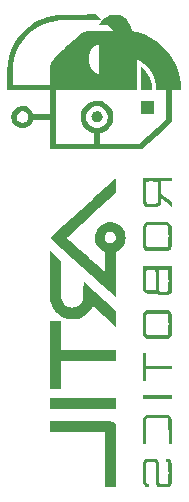
<source format=gbo>
G04 #@! TF.GenerationSoftware,KiCad,Pcbnew,(6.0.9)*
G04 #@! TF.CreationDate,2022-11-30T22:13:12-05:00*
G04 #@! TF.ProjectId,Roboshot,526f626f-7368-46f7-942e-6b696361645f,rev?*
G04 #@! TF.SameCoordinates,Original*
G04 #@! TF.FileFunction,Legend,Bot*
G04 #@! TF.FilePolarity,Positive*
%FSLAX46Y46*%
G04 Gerber Fmt 4.6, Leading zero omitted, Abs format (unit mm)*
G04 Created by KiCad (PCBNEW (6.0.9)) date 2022-11-30 22:13:12*
%MOMM*%
%LPD*%
G01*
G04 APERTURE LIST*
G04 Aperture macros list*
%AMRoundRect*
0 Rectangle with rounded corners*
0 $1 Rounding radius*
0 $2 $3 $4 $5 $6 $7 $8 $9 X,Y pos of 4 corners*
0 Add a 4 corners polygon primitive as box body*
4,1,4,$2,$3,$4,$5,$6,$7,$8,$9,$2,$3,0*
0 Add four circle primitives for the rounded corners*
1,1,$1+$1,$2,$3*
1,1,$1+$1,$4,$5*
1,1,$1+$1,$6,$7*
1,1,$1+$1,$8,$9*
0 Add four rect primitives between the rounded corners*
20,1,$1+$1,$2,$3,$4,$5,0*
20,1,$1+$1,$4,$5,$6,$7,0*
20,1,$1+$1,$6,$7,$8,$9,0*
20,1,$1+$1,$8,$9,$2,$3,0*%
G04 Aperture macros list end*
%ADD10C,0.475000*%
%ADD11R,3.000000X3.000000*%
%ADD12C,3.000000*%
%ADD13O,1.700000X1.700000*%
%ADD14R,1.700000X1.700000*%
%ADD15R,1.980000X3.960000*%
%ADD16O,1.980000X3.960000*%
%ADD17R,1.500000X1.050000*%
%ADD18O,1.500000X1.050000*%
%ADD19C,1.778000*%
%ADD20R,1.800000X1.714500*%
%ADD21O,1.800000X1.714500*%
%ADD22R,1.800000X1.800000*%
%ADD23C,1.800000*%
%ADD24R,1.600000X1.600000*%
%ADD25C,1.600000*%
%ADD26RoundRect,0.250000X0.600000X-0.600000X0.600000X0.600000X-0.600000X0.600000X-0.600000X-0.600000X0*%
%ADD27C,1.700000*%
%ADD28R,3.500000X3.500000*%
%ADD29RoundRect,0.750000X0.750000X1.000000X-0.750000X1.000000X-0.750000X-1.000000X0.750000X-1.000000X0*%
%ADD30RoundRect,0.875000X0.875000X0.875000X-0.875000X0.875000X-0.875000X-0.875000X0.875000X-0.875000X0*%
%ADD31RoundRect,0.250000X-0.725000X0.600000X-0.725000X-0.600000X0.725000X-0.600000X0.725000X0.600000X0*%
%ADD32O,1.950000X1.700000*%
%ADD33R,1.050000X1.500000*%
%ADD34O,1.050000X1.500000*%
G04 APERTURE END LIST*
D10*
X124418100Y-133680200D02*
G75*
G03*
X124418100Y-133680200I-237500J0D01*
G01*
G36*
X128342031Y-126794242D02*
G01*
X128747784Y-127001766D01*
X129134075Y-127245458D01*
X129498578Y-127524068D01*
X129838966Y-127836348D01*
X129969601Y-127972408D01*
X130265629Y-128322978D01*
X130527861Y-128697318D01*
X130755097Y-129092945D01*
X130946138Y-129507374D01*
X131099781Y-129938123D01*
X131214827Y-130382708D01*
X131290076Y-130838644D01*
X131298120Y-130912109D01*
X131309356Y-131037554D01*
X131317511Y-131157808D01*
X131321218Y-131254606D01*
X131323476Y-131428362D01*
X130502083Y-131428362D01*
X130501108Y-132781554D01*
X130500133Y-134134747D01*
X129226731Y-135287856D01*
X127953329Y-136440966D01*
X120203078Y-136440966D01*
X120203078Y-135977874D01*
X120666428Y-135977874D01*
X122303949Y-135972479D01*
X123941470Y-135967085D01*
X123947143Y-135523242D01*
X123952817Y-135079400D01*
X123841836Y-135053991D01*
X123820612Y-135048461D01*
X123740904Y-135021656D01*
X123645906Y-134983573D01*
X123551835Y-134940555D01*
X123496939Y-134911715D01*
X123313096Y-134786278D01*
X123148919Y-134629019D01*
X123009512Y-134446335D01*
X122899980Y-134244623D01*
X122825427Y-134030280D01*
X122806351Y-133919801D01*
X122796399Y-133780959D01*
X122796342Y-133702989D01*
X123267506Y-133702989D01*
X123267590Y-133749322D01*
X123269221Y-133843494D01*
X123274515Y-133912017D01*
X123285508Y-133966732D01*
X123304237Y-134019477D01*
X123332741Y-134082093D01*
X123412942Y-134221424D01*
X123534329Y-134365702D01*
X123675799Y-134478813D01*
X123832476Y-134560358D01*
X123999484Y-134609938D01*
X124171947Y-134627155D01*
X124344989Y-134611611D01*
X124513733Y-134562907D01*
X124673304Y-134480645D01*
X124818825Y-134364426D01*
X124945421Y-134213852D01*
X124965589Y-134182023D01*
X125010625Y-134096656D01*
X125045905Y-134012117D01*
X125056761Y-133978794D01*
X125096052Y-133783929D01*
X125094019Y-133592848D01*
X125051347Y-133408768D01*
X124968718Y-133234907D01*
X124846816Y-133074483D01*
X124710346Y-132952507D01*
X124551653Y-132859182D01*
X124382776Y-132801414D01*
X124208684Y-132778383D01*
X124034343Y-132789273D01*
X123864720Y-132833264D01*
X123704781Y-132909539D01*
X123559494Y-133017279D01*
X123433825Y-133155667D01*
X123332741Y-133323884D01*
X123320309Y-133350284D01*
X123295867Y-133407633D01*
X123280403Y-133459739D01*
X123271880Y-133518440D01*
X123268260Y-133595577D01*
X123267506Y-133702989D01*
X122796342Y-133702989D01*
X122796290Y-133632453D01*
X122806021Y-133490165D01*
X122825588Y-133369973D01*
X122838134Y-133321606D01*
X122916284Y-133117058D01*
X123029640Y-132923017D01*
X123172617Y-132746623D01*
X123339633Y-132595016D01*
X123525105Y-132475338D01*
X123683238Y-132403965D01*
X123906293Y-132339707D01*
X124130902Y-132313871D01*
X124208684Y-132317700D01*
X124353068Y-132324807D01*
X124568791Y-132370863D01*
X124774074Y-132450389D01*
X124964918Y-132561735D01*
X125137324Y-132703248D01*
X125287294Y-132873280D01*
X125410829Y-133070178D01*
X125503931Y-133292292D01*
X125508579Y-133306662D01*
X125533978Y-133395690D01*
X125549548Y-133479077D01*
X125557519Y-133572706D01*
X125560120Y-133692458D01*
X125560142Y-133699499D01*
X125545962Y-133927020D01*
X125500895Y-134131469D01*
X125422171Y-134319513D01*
X125307018Y-134497821D01*
X125152668Y-134673060D01*
X125057531Y-134762951D01*
X124897442Y-134885936D01*
X124730413Y-134977097D01*
X124546717Y-135042360D01*
X124415350Y-135078883D01*
X124415350Y-135977616D01*
X127754100Y-135977616D01*
X130037402Y-133945194D01*
X130038068Y-132686778D01*
X130038733Y-131428362D01*
X129202404Y-131428362D01*
X129190595Y-131223014D01*
X129161589Y-130957747D01*
X129089900Y-130634420D01*
X128980485Y-130318016D01*
X128835622Y-130014906D01*
X128657587Y-129731459D01*
X128650204Y-129721203D01*
X128551219Y-129594683D01*
X128433191Y-129459483D01*
X128306585Y-129326624D01*
X128181865Y-129207129D01*
X128069496Y-129112021D01*
X128043508Y-129092533D01*
X127974749Y-129043929D01*
X127893237Y-128989016D01*
X127806884Y-128932819D01*
X127723605Y-128880364D01*
X127651313Y-128836674D01*
X127597920Y-128806775D01*
X127571341Y-128795692D01*
X127570748Y-128796414D01*
X127567642Y-128824306D01*
X127564721Y-128890093D01*
X127562032Y-128990207D01*
X127559625Y-129121081D01*
X127557546Y-129279149D01*
X127555845Y-129460844D01*
X127554571Y-129662600D01*
X127553770Y-129880850D01*
X127553493Y-130112027D01*
X127553493Y-131428362D01*
X120666428Y-131428362D01*
X120666428Y-135977874D01*
X120203078Y-135977874D01*
X120203078Y-133934664D01*
X119496862Y-133934664D01*
X119445076Y-133934670D01*
X119263239Y-133934884D01*
X119118229Y-133935561D01*
X119005810Y-133936918D01*
X118921745Y-133939173D01*
X118861801Y-133942544D01*
X118821740Y-133947246D01*
X118797328Y-133953498D01*
X118784328Y-133961518D01*
X118778506Y-133971521D01*
X118760405Y-134021499D01*
X118672660Y-134191665D01*
X118553926Y-134343193D01*
X118410377Y-134470328D01*
X118248186Y-134567319D01*
X118073527Y-134628414D01*
X118043046Y-134634898D01*
X117856600Y-134651487D01*
X117676376Y-134630340D01*
X117506343Y-134575205D01*
X117350468Y-134489832D01*
X117212719Y-134377969D01*
X117097064Y-134243364D01*
X117007471Y-134089767D01*
X116947907Y-133920925D01*
X116922340Y-133740588D01*
X116925953Y-133685780D01*
X117387251Y-133685780D01*
X117398576Y-133809054D01*
X117442114Y-133926620D01*
X117518081Y-134031598D01*
X117626693Y-134117105D01*
X117643635Y-134126848D01*
X117710228Y-134158004D01*
X117777231Y-134172719D01*
X117865267Y-134176090D01*
X117875489Y-134175964D01*
X118018553Y-134156709D01*
X118136517Y-134103980D01*
X118231542Y-134016388D01*
X118305786Y-133892541D01*
X118342286Y-133771464D01*
X118341861Y-133637360D01*
X118299607Y-133502906D01*
X118291787Y-133486716D01*
X118232244Y-133390027D01*
X118157790Y-133319733D01*
X118054820Y-133262470D01*
X118044393Y-133257870D01*
X117915082Y-133222628D01*
X117785731Y-133228800D01*
X117653165Y-133276496D01*
X117544383Y-133350519D01*
X117460371Y-133449631D01*
X117407922Y-133563678D01*
X117387251Y-133685780D01*
X116925953Y-133685780D01*
X116934737Y-133552504D01*
X116949057Y-133483535D01*
X117013749Y-133300118D01*
X117110300Y-133138429D01*
X117234239Y-133001381D01*
X117381096Y-132891887D01*
X117546403Y-132812860D01*
X117725688Y-132767213D01*
X117914481Y-132757859D01*
X117915082Y-132757952D01*
X118108313Y-132787711D01*
X118126186Y-132792558D01*
X118297106Y-132861973D01*
X118453662Y-132966529D01*
X118589991Y-133100568D01*
X118700227Y-133258430D01*
X118778506Y-133434456D01*
X118779528Y-133437173D01*
X118786757Y-133446656D01*
X118802229Y-133454209D01*
X118830179Y-133460050D01*
X118874841Y-133464397D01*
X118940451Y-133467466D01*
X119031243Y-133469475D01*
X119151453Y-133470642D01*
X119305315Y-133471182D01*
X119497064Y-133471314D01*
X120203483Y-133471314D01*
X120198015Y-132455103D01*
X120192548Y-131438893D01*
X118386536Y-131433510D01*
X116580525Y-131428127D01*
X116580525Y-130469122D01*
X116580732Y-130334567D01*
X116581812Y-130132091D01*
X116583723Y-129939020D01*
X116586363Y-129760808D01*
X116589631Y-129602907D01*
X116593426Y-129470770D01*
X116597647Y-129369850D01*
X116602190Y-129305600D01*
X116618804Y-129166844D01*
X116698741Y-128722996D01*
X116817561Y-128295107D01*
X116974840Y-127884062D01*
X117170158Y-127490742D01*
X117403092Y-127116030D01*
X117673220Y-126760808D01*
X117980119Y-126425958D01*
X118121846Y-126288977D01*
X118382597Y-126061659D01*
X118649546Y-125862810D01*
X118933787Y-125684479D01*
X119246414Y-125518720D01*
X119560987Y-125379962D01*
X119944341Y-125246421D01*
X120347162Y-125141002D01*
X120761204Y-125066168D01*
X120800013Y-125062386D01*
X120887724Y-125057497D01*
X121014779Y-125052854D01*
X121179587Y-125048489D01*
X121380556Y-125044431D01*
X121616092Y-125040713D01*
X121884604Y-125037365D01*
X122184499Y-125034419D01*
X122514186Y-125031905D01*
X124098677Y-125021375D01*
X124341259Y-125247859D01*
X124391572Y-125295222D01*
X124467805Y-125368652D01*
X124528766Y-125429494D01*
X124569196Y-125472452D01*
X124583841Y-125492232D01*
X124571920Y-125494286D01*
X124521416Y-125496890D01*
X124434147Y-125499351D01*
X124313156Y-125501637D01*
X124161491Y-125503718D01*
X123982194Y-125505565D01*
X123778313Y-125507147D01*
X123552890Y-125508433D01*
X123308972Y-125509394D01*
X123049604Y-125509999D01*
X122777830Y-125510217D01*
X122531455Y-125510257D01*
X122240919Y-125510423D01*
X121987142Y-125510772D01*
X121767072Y-125511365D01*
X121577656Y-125512260D01*
X121415843Y-125513519D01*
X121278580Y-125515200D01*
X121162814Y-125517364D01*
X121065495Y-125520071D01*
X120983569Y-125523382D01*
X120913985Y-125527354D01*
X120853690Y-125532050D01*
X120799633Y-125537529D01*
X120748760Y-125543850D01*
X120698020Y-125551073D01*
X120309569Y-125626545D01*
X119904479Y-125745492D01*
X119516270Y-125902742D01*
X119146093Y-126097824D01*
X118795099Y-126330267D01*
X118671806Y-126424415D01*
X118353304Y-126702994D01*
X118066074Y-127008562D01*
X117811457Y-127338822D01*
X117590791Y-127691477D01*
X117405418Y-128064229D01*
X117256676Y-128454783D01*
X117145906Y-128860840D01*
X117074449Y-129280103D01*
X117065542Y-129373385D01*
X117056550Y-129528299D01*
X117050054Y-129724903D01*
X117046049Y-129963317D01*
X117044531Y-130243660D01*
X117043874Y-130965012D01*
X120203078Y-130965012D01*
X120203078Y-130183516D01*
X120203276Y-129975419D01*
X120204314Y-129788984D01*
X120206815Y-129635088D01*
X120211400Y-129508780D01*
X120218692Y-129405105D01*
X120229313Y-129319112D01*
X120243885Y-129245849D01*
X120263030Y-129180361D01*
X120287370Y-129117698D01*
X120317528Y-129052906D01*
X120354125Y-128981033D01*
X120362471Y-128965398D01*
X120410242Y-128886695D01*
X123455564Y-128886695D01*
X123493460Y-129115722D01*
X123569011Y-129336529D01*
X123680643Y-129543678D01*
X123826780Y-129731729D01*
X123879292Y-129783016D01*
X123973353Y-129860870D01*
X124079522Y-129937584D01*
X124184049Y-130003398D01*
X124273186Y-130048554D01*
X124352166Y-130081000D01*
X124352166Y-127468220D01*
X124220533Y-127534606D01*
X124147810Y-127573936D01*
X123951269Y-127711201D01*
X123783442Y-127877727D01*
X123646737Y-128070319D01*
X123543567Y-128285782D01*
X123476341Y-128520921D01*
X123456896Y-128654887D01*
X123455564Y-128886695D01*
X120410242Y-128886695D01*
X120422533Y-128866446D01*
X120495763Y-128761492D01*
X120568186Y-128670792D01*
X120599116Y-128638620D01*
X120659620Y-128579501D01*
X120744935Y-128498132D01*
X120851690Y-128397604D01*
X120976514Y-128281005D01*
X121116036Y-128151424D01*
X121266884Y-128011950D01*
X121425689Y-127865674D01*
X121589078Y-127715683D01*
X121753681Y-127565067D01*
X121916127Y-127416916D01*
X122073045Y-127274318D01*
X122221063Y-127140363D01*
X122356811Y-127018139D01*
X122476917Y-126910737D01*
X122578012Y-126821244D01*
X122656722Y-126752751D01*
X122709679Y-126708347D01*
X122893165Y-126582941D01*
X123099015Y-126486133D01*
X123121551Y-126478606D01*
X123150306Y-126471381D01*
X123186326Y-126465234D01*
X123233097Y-126460034D01*
X123294106Y-126455651D01*
X123372836Y-126451952D01*
X123472775Y-126448807D01*
X123597408Y-126446086D01*
X123750220Y-126443658D01*
X123934697Y-126441391D01*
X124154325Y-126439155D01*
X124352166Y-126437366D01*
X124412589Y-126436820D01*
X125620857Y-126426289D01*
X125362317Y-126189349D01*
X125103777Y-125952408D01*
X124330395Y-125952408D01*
X124385920Y-125841836D01*
X124471566Y-125691973D01*
X124620490Y-125497560D01*
X124794881Y-125333681D01*
X124991335Y-125202483D01*
X125206448Y-125106112D01*
X125436815Y-125046716D01*
X125679032Y-125026440D01*
X125849391Y-125036447D01*
X126083341Y-125084295D01*
X126302962Y-125169492D01*
X126504510Y-125289679D01*
X126684246Y-125442494D01*
X126838427Y-125625578D01*
X126963313Y-125836571D01*
X127005980Y-125936942D01*
X127046412Y-126055277D01*
X127079917Y-126176112D01*
X127102760Y-126285940D01*
X127111204Y-126371254D01*
X127111769Y-126379678D01*
X127124872Y-126402758D01*
X127162080Y-126420175D01*
X127232307Y-126436752D01*
X127481440Y-126492692D01*
X127571341Y-126519689D01*
X127919141Y-126624134D01*
X128342031Y-126794242D01*
G37*
G36*
X130502083Y-139157881D02*
G01*
X129596445Y-139157881D01*
X129596445Y-140164488D01*
X129738609Y-140289232D01*
X129788531Y-140332515D01*
X129872258Y-140404075D01*
X129972985Y-140489400D01*
X130082208Y-140581294D01*
X130191428Y-140672559D01*
X130502083Y-140931143D01*
X130502083Y-141108110D01*
X130501918Y-141139311D01*
X130499985Y-141213809D01*
X130496337Y-141265640D01*
X130491554Y-141285078D01*
X130491370Y-141285044D01*
X130471677Y-141270692D01*
X130424378Y-141232710D01*
X130353717Y-141174609D01*
X130263938Y-141099902D01*
X130159284Y-141012100D01*
X130044000Y-140914716D01*
X129606976Y-140544354D01*
X129596445Y-140793613D01*
X129588724Y-140918232D01*
X129573182Y-141029261D01*
X129547063Y-141112616D01*
X129506739Y-141175944D01*
X129448583Y-141226890D01*
X129368967Y-141273101D01*
X129341722Y-141284472D01*
X129306709Y-141293049D01*
X129258495Y-141298958D01*
X129191299Y-141302501D01*
X129099340Y-141303982D01*
X128976837Y-141303703D01*
X128818009Y-141301967D01*
X128336568Y-141295609D01*
X128255685Y-141231204D01*
X128236784Y-141214810D01*
X128175236Y-141146680D01*
X128127415Y-141074047D01*
X128125253Y-141069809D01*
X128114887Y-141048484D01*
X128106240Y-141026316D01*
X128099156Y-140999553D01*
X128093480Y-140964442D01*
X128089054Y-140917229D01*
X128085724Y-140854163D01*
X128083334Y-140771491D01*
X128081728Y-140665460D01*
X128081024Y-140569624D01*
X128355795Y-140569624D01*
X128356199Y-140684919D01*
X128357599Y-140773561D01*
X128360173Y-140839661D01*
X128364095Y-140887332D01*
X128369542Y-140920687D01*
X128376690Y-140943839D01*
X128385715Y-140960899D01*
X128396793Y-140975980D01*
X128441127Y-141032342D01*
X128839765Y-141032342D01*
X128974025Y-141032089D01*
X129079441Y-141030902D01*
X129154855Y-141028189D01*
X129206469Y-141023357D01*
X129240485Y-141015813D01*
X129263102Y-141004965D01*
X129280524Y-140990219D01*
X129287238Y-140983071D01*
X129296533Y-140969552D01*
X129304043Y-140950125D01*
X129309957Y-140920765D01*
X129314465Y-140877449D01*
X129317758Y-140816152D01*
X129320025Y-140732852D01*
X129321458Y-140623524D01*
X129322245Y-140484145D01*
X129322578Y-140310690D01*
X129322647Y-140099137D01*
X129322509Y-139922981D01*
X129321872Y-139735515D01*
X129320605Y-139583530D01*
X129318583Y-139463323D01*
X129315680Y-139371188D01*
X129311775Y-139303423D01*
X129306741Y-139256321D01*
X129300454Y-139226180D01*
X129292791Y-139209294D01*
X129281463Y-139196671D01*
X129262355Y-139185457D01*
X129231116Y-139177297D01*
X129181749Y-139171526D01*
X129108256Y-139167481D01*
X129004637Y-139164496D01*
X128864895Y-139161909D01*
X128731799Y-139159983D01*
X128625872Y-139159437D01*
X128549706Y-139160910D01*
X128496947Y-139164897D01*
X128461245Y-139171893D01*
X128436248Y-139182392D01*
X128415605Y-139196889D01*
X128364355Y-139238373D01*
X128358407Y-140078995D01*
X128357275Y-140242621D01*
X128356212Y-140423562D01*
X128355795Y-140569624D01*
X128081024Y-140569624D01*
X128080750Y-140532316D01*
X128080245Y-140368309D01*
X128080055Y-140169684D01*
X128080027Y-139932689D01*
X128080027Y-138884083D01*
X130502083Y-138884083D01*
X130502083Y-139157881D01*
G37*
G36*
X129773005Y-142594700D02*
G01*
X129941740Y-142596815D01*
X130070670Y-142600351D01*
X130159029Y-142605293D01*
X130206053Y-142611629D01*
X130287054Y-142644583D01*
X130385594Y-142719287D01*
X130459835Y-142819842D01*
X130466045Y-142832278D01*
X130474787Y-142854493D01*
X130481913Y-142882533D01*
X130487594Y-142920431D01*
X130491998Y-142972221D01*
X130495297Y-143041935D01*
X130497661Y-143133606D01*
X130499258Y-143251268D01*
X130500259Y-143398953D01*
X130500834Y-143580695D01*
X130501153Y-143800527D01*
X130501167Y-143814235D01*
X130501323Y-144030973D01*
X130501190Y-144209932D01*
X130500586Y-144355217D01*
X130499328Y-144470936D01*
X130497234Y-144561195D01*
X130494122Y-144630101D01*
X130489811Y-144681760D01*
X130484118Y-144720280D01*
X130476860Y-144749766D01*
X130467857Y-144774325D01*
X130456925Y-144798065D01*
X130411432Y-144868960D01*
X130315903Y-144952144D01*
X130220039Y-145012939D01*
X128362256Y-145012939D01*
X128278200Y-144958436D01*
X128260056Y-144945796D01*
X128194405Y-144888754D01*
X128142351Y-144828377D01*
X128090558Y-144752820D01*
X128084661Y-143835077D01*
X128084531Y-143814775D01*
X128353825Y-143814775D01*
X128353842Y-143937047D01*
X128354038Y-144125663D01*
X128354611Y-144278461D01*
X128355755Y-144399488D01*
X128357661Y-144492790D01*
X128360524Y-144562414D01*
X128364536Y-144612409D01*
X128369892Y-144646819D01*
X128376783Y-144669693D01*
X128385404Y-144685077D01*
X128395947Y-144697019D01*
X128404104Y-144704585D01*
X128417880Y-144713659D01*
X128437874Y-144720989D01*
X128468074Y-144726761D01*
X128512472Y-144731160D01*
X128575055Y-144734373D01*
X128659813Y-144736585D01*
X128770737Y-144737982D01*
X128911815Y-144738750D01*
X129087037Y-144739074D01*
X129300392Y-144739141D01*
X130162713Y-144739141D01*
X130195499Y-144692332D01*
X130198355Y-144687824D01*
X130206176Y-144668757D01*
X130212536Y-144638966D01*
X130217580Y-144594527D01*
X130221453Y-144531514D01*
X130224297Y-144446004D01*
X130226259Y-144334071D01*
X130227481Y-144191791D01*
X130228109Y-144015238D01*
X130228286Y-143800489D01*
X130228257Y-143628459D01*
X130228034Y-143448511D01*
X130227413Y-143303436D01*
X130226193Y-143189210D01*
X130224173Y-143101809D01*
X130221150Y-143037207D01*
X130216924Y-142991381D01*
X130211293Y-142960305D01*
X130204055Y-142939955D01*
X130195008Y-142926306D01*
X130183952Y-142915333D01*
X130178744Y-142910860D01*
X130164553Y-142901659D01*
X130144419Y-142894191D01*
X130114320Y-142888274D01*
X130070239Y-142883729D01*
X130008154Y-142880377D01*
X129924046Y-142878038D01*
X129813894Y-142876531D01*
X129673680Y-142875678D01*
X129499383Y-142875298D01*
X129286983Y-142875211D01*
X128434348Y-142875211D01*
X128394087Y-142924932D01*
X128390561Y-142929443D01*
X128381089Y-142944685D01*
X128373398Y-142965336D01*
X128367303Y-142995475D01*
X128362620Y-143039181D01*
X128359163Y-143100534D01*
X128356749Y-143183613D01*
X128355193Y-143292497D01*
X128354310Y-143431266D01*
X128353915Y-143603999D01*
X128353825Y-143814775D01*
X128084531Y-143814775D01*
X128078765Y-142917334D01*
X128126784Y-142822839D01*
X128131619Y-142813746D01*
X128190985Y-142732520D01*
X128266096Y-142664879D01*
X128357390Y-142601413D01*
X129239971Y-142595279D01*
X129286983Y-142594983D01*
X129319178Y-142594780D01*
X129565229Y-142594017D01*
X129773005Y-142594700D01*
G37*
G36*
X130497371Y-147422526D02*
G01*
X130491553Y-148505247D01*
X130427148Y-148586166D01*
X130410756Y-148605074D01*
X130342625Y-148666643D01*
X130269990Y-148714473D01*
X130250011Y-148724323D01*
X130213672Y-148739061D01*
X130172893Y-148749360D01*
X130120138Y-148756006D01*
X130047871Y-148759782D01*
X129948556Y-148761472D01*
X129814657Y-148761861D01*
X129452076Y-148761861D01*
X129312494Y-148689106D01*
X129259375Y-148662342D01*
X129198523Y-148636979D01*
X129155661Y-148629330D01*
X129120040Y-148636453D01*
X129096962Y-148642492D01*
X129027037Y-148650998D01*
X128930292Y-148656097D01*
X128816567Y-148657946D01*
X128695702Y-148656704D01*
X128577537Y-148652527D01*
X128471911Y-148645572D01*
X128388666Y-148635996D01*
X128337640Y-148623957D01*
X128282414Y-148596910D01*
X128187904Y-148520836D01*
X128119834Y-148414349D01*
X128111090Y-148393201D01*
X128103492Y-148367511D01*
X128097276Y-148334252D01*
X128092302Y-148289583D01*
X128091641Y-148279364D01*
X128353825Y-148279364D01*
X128405521Y-148331061D01*
X128408572Y-148334096D01*
X128431074Y-148353970D01*
X128456430Y-148367537D01*
X128492493Y-148375998D01*
X128547116Y-148380554D01*
X128628154Y-148382406D01*
X128743460Y-148382757D01*
X128760268Y-148382754D01*
X128870789Y-148382279D01*
X128948038Y-148380150D01*
X128999870Y-148375165D01*
X129034139Y-148366123D01*
X129058697Y-148351822D01*
X129081399Y-148331061D01*
X129133095Y-148279364D01*
X129133095Y-147546807D01*
X129406893Y-147546807D01*
X129407031Y-147722655D01*
X129407666Y-147910188D01*
X129408933Y-148062233D01*
X129410955Y-148182492D01*
X129413857Y-148274671D01*
X129417762Y-148342473D01*
X129422795Y-148389601D01*
X129429080Y-148419758D01*
X129436742Y-148436650D01*
X129448116Y-148449422D01*
X129469755Y-148462187D01*
X129505281Y-148471046D01*
X129561752Y-148477023D01*
X129646229Y-148481145D01*
X129765768Y-148484435D01*
X129788074Y-148484936D01*
X129919548Y-148486915D01*
X130016635Y-148485751D01*
X130086040Y-148480654D01*
X130134470Y-148470835D01*
X130168628Y-148455505D01*
X130195221Y-148433874D01*
X130199714Y-148428362D01*
X130207251Y-148411628D01*
X130213360Y-148383673D01*
X130218186Y-148340633D01*
X130221874Y-148278647D01*
X130224567Y-148193852D01*
X130226411Y-148082385D01*
X130227549Y-147940384D01*
X130228125Y-147763986D01*
X130228286Y-147549328D01*
X130228263Y-147410295D01*
X130228050Y-147223037D01*
X130227453Y-147071335D01*
X130226284Y-146951174D01*
X130224353Y-146858536D01*
X130221471Y-146789404D01*
X130217448Y-146739760D01*
X130212095Y-146705587D01*
X130205223Y-146682869D01*
X130196642Y-146667587D01*
X130186163Y-146655725D01*
X130183110Y-146652736D01*
X130163249Y-146637442D01*
X130136308Y-146626724D01*
X130095279Y-146619782D01*
X130033155Y-146615815D01*
X129942928Y-146614022D01*
X129817589Y-146613602D01*
X129794417Y-146613611D01*
X129675295Y-146614200D01*
X129590138Y-146616293D01*
X129531940Y-146620691D01*
X129493692Y-146628196D01*
X129468386Y-146639607D01*
X129449015Y-146655725D01*
X129442302Y-146662874D01*
X129433007Y-146676392D01*
X129425497Y-146695819D01*
X129419583Y-146725179D01*
X129415075Y-146768496D01*
X129411782Y-146829792D01*
X129409515Y-146913092D01*
X129408082Y-147022420D01*
X129407295Y-147161800D01*
X129406961Y-147335254D01*
X129406893Y-147546807D01*
X129133095Y-147546807D01*
X129133095Y-147488606D01*
X129133093Y-147440621D01*
X129132967Y-147245738D01*
X129132498Y-147087879D01*
X129131474Y-146962858D01*
X129129682Y-146866492D01*
X129126911Y-146794596D01*
X129122951Y-146742986D01*
X129117588Y-146707478D01*
X129110612Y-146683889D01*
X129101810Y-146668032D01*
X129090972Y-146655725D01*
X129072795Y-146640365D01*
X129047323Y-146628369D01*
X129008960Y-146620580D01*
X128950399Y-146616113D01*
X128864335Y-146614082D01*
X128743460Y-146613602D01*
X128631711Y-146613991D01*
X128542879Y-146615850D01*
X128482193Y-146620067D01*
X128442347Y-146627528D01*
X128416034Y-146639119D01*
X128395947Y-146655725D01*
X128393391Y-146658327D01*
X128383017Y-146671053D01*
X128374633Y-146688243D01*
X128368028Y-146714083D01*
X128362990Y-146752756D01*
X128359308Y-146808446D01*
X128356770Y-146885338D01*
X128355164Y-146987616D01*
X128354279Y-147119464D01*
X128353903Y-147285066D01*
X128353825Y-147488606D01*
X128353825Y-148279364D01*
X128091641Y-148279364D01*
X128088429Y-148229666D01*
X128085518Y-148150661D01*
X128083428Y-148048730D01*
X128082021Y-147920033D01*
X128081155Y-147760730D01*
X128080691Y-147566984D01*
X128080490Y-147334954D01*
X128080027Y-146339805D01*
X130503190Y-146339805D01*
X130497371Y-147422526D01*
G37*
G36*
X130315990Y-150120600D02*
G01*
X130325472Y-150127451D01*
X130399280Y-150197495D01*
X130454695Y-150277758D01*
X130457020Y-150282365D01*
X130468132Y-150305644D01*
X130477245Y-150329803D01*
X130484557Y-150358967D01*
X130490261Y-150397260D01*
X130494553Y-150448807D01*
X130497630Y-150517731D01*
X130499687Y-150608156D01*
X130500918Y-150724208D01*
X130501521Y-150870010D01*
X130501690Y-151049686D01*
X130501621Y-151267360D01*
X130501430Y-151478631D01*
X130500729Y-151676215D01*
X130499004Y-151839127D01*
X130495729Y-151971285D01*
X130490378Y-152076606D01*
X130482425Y-152159007D01*
X130471342Y-152222405D01*
X130456604Y-152270718D01*
X130437684Y-152307862D01*
X130414056Y-152337755D01*
X130385193Y-152364314D01*
X130350569Y-152391457D01*
X130326202Y-152408965D01*
X130290427Y-152429807D01*
X130248870Y-152446821D01*
X130197493Y-152460344D01*
X130132259Y-152470713D01*
X130049132Y-152478265D01*
X129944075Y-152483338D01*
X129813050Y-152486269D01*
X129652020Y-152487395D01*
X129456950Y-152487054D01*
X129223801Y-152485582D01*
X128382026Y-152479191D01*
X128280050Y-152416007D01*
X128204429Y-152358102D01*
X128128423Y-152258813D01*
X128078772Y-152164803D01*
X128084513Y-151268163D01*
X128353825Y-151268163D01*
X128353835Y-151324765D01*
X128354116Y-151528075D01*
X128354893Y-151694199D01*
X128356314Y-151827091D01*
X128358526Y-151930707D01*
X128361677Y-152009000D01*
X128365913Y-152065927D01*
X128371383Y-152105441D01*
X128378233Y-152131499D01*
X128386611Y-152148054D01*
X128419397Y-152194863D01*
X130162713Y-152194863D01*
X130195499Y-152148054D01*
X130198355Y-152143545D01*
X130206176Y-152124478D01*
X130212536Y-152094687D01*
X130217580Y-152050248D01*
X130221453Y-151987236D01*
X130224297Y-151901725D01*
X130226259Y-151789792D01*
X130227481Y-151647512D01*
X130228109Y-151470959D01*
X130228286Y-151256210D01*
X130228281Y-151201062D01*
X130228123Y-150999162D01*
X130227609Y-150834431D01*
X130226566Y-150702881D01*
X130224818Y-150600528D01*
X130222191Y-150523384D01*
X130218511Y-150467466D01*
X130213604Y-150428786D01*
X130207294Y-150403358D01*
X130199408Y-150387198D01*
X130189770Y-150376319D01*
X130178975Y-150368760D01*
X130159733Y-150361428D01*
X130129582Y-150355520D01*
X130084620Y-150350889D01*
X130020945Y-150347382D01*
X129934656Y-150344850D01*
X129821851Y-150343143D01*
X129678629Y-150342109D01*
X129501087Y-150341600D01*
X129285326Y-150341463D01*
X128419397Y-150341463D01*
X128386611Y-150388272D01*
X128384384Y-150391705D01*
X128376398Y-150410247D01*
X128369904Y-150439271D01*
X128364754Y-150482733D01*
X128360800Y-150544587D01*
X128357896Y-150628788D01*
X128355894Y-150739291D01*
X128354646Y-150880052D01*
X128354005Y-151055024D01*
X128353825Y-151268163D01*
X128084513Y-151268163D01*
X128084665Y-151244392D01*
X128090558Y-150323980D01*
X128153742Y-150234556D01*
X128174331Y-150208315D01*
X128237068Y-150146243D01*
X128301171Y-150101133D01*
X128302861Y-150100253D01*
X128324379Y-150089826D01*
X128347726Y-150081231D01*
X128376934Y-150074290D01*
X128416030Y-150068827D01*
X128469044Y-150064665D01*
X128540005Y-150061628D01*
X128632943Y-150059540D01*
X128751887Y-150058223D01*
X128900865Y-150057501D01*
X129083908Y-150057197D01*
X129285326Y-150057141D01*
X129305045Y-150057135D01*
X130224673Y-150057135D01*
X130315990Y-150120600D01*
G37*
G36*
X128353825Y-154743287D02*
G01*
X130502083Y-154743287D01*
X130502083Y-155017085D01*
X128353825Y-155017085D01*
X128353825Y-156091214D01*
X128080027Y-156091214D01*
X128080027Y-153669158D01*
X128353825Y-153669158D01*
X128353825Y-154743287D01*
G37*
G36*
X130502083Y-157544448D02*
G01*
X128080027Y-157544448D01*
X128080027Y-157270650D01*
X130502083Y-157270650D01*
X130502083Y-157544448D01*
G37*
G36*
X129564410Y-158935145D02*
G01*
X129737403Y-158935884D01*
X129877341Y-158937290D01*
X129988188Y-158939497D01*
X130073908Y-158942638D01*
X130138461Y-158946846D01*
X130185812Y-158952255D01*
X130219924Y-158958997D01*
X130244758Y-158967207D01*
X130327837Y-159013323D01*
X130414168Y-159089685D01*
X130472232Y-159176704D01*
X130474131Y-159181523D01*
X130480508Y-159208657D01*
X130485854Y-159252662D01*
X130490250Y-159316695D01*
X130493778Y-159403912D01*
X130496520Y-159517469D01*
X130498558Y-159660522D01*
X130499972Y-159836227D01*
X130500845Y-160047742D01*
X130501259Y-160298221D01*
X130502083Y-161356554D01*
X130228286Y-161356554D01*
X130228286Y-160324548D01*
X130228259Y-160137053D01*
X130228073Y-159932359D01*
X130227584Y-159763337D01*
X130226651Y-159626369D01*
X130225132Y-159517837D01*
X130222884Y-159434124D01*
X130219767Y-159371611D01*
X130215637Y-159326680D01*
X130210354Y-159295713D01*
X130203775Y-159275093D01*
X130195759Y-159261200D01*
X130186163Y-159250418D01*
X130179436Y-159244069D01*
X130166017Y-159234679D01*
X130146819Y-159227093D01*
X130117805Y-159221119D01*
X130074936Y-159216564D01*
X130014174Y-159213237D01*
X129931480Y-159210946D01*
X129822818Y-159209498D01*
X129684147Y-159208702D01*
X129511430Y-159208365D01*
X129300629Y-159208296D01*
X128457217Y-159208296D01*
X128353825Y-159311688D01*
X128353825Y-161356554D01*
X128080027Y-161356554D01*
X128080027Y-160313340D01*
X128080034Y-160256156D01*
X128080259Y-160023112D01*
X128080879Y-159827797D01*
X128082000Y-159666616D01*
X128083725Y-159535974D01*
X128086159Y-159432276D01*
X128089407Y-159351926D01*
X128093573Y-159291330D01*
X128098761Y-159246892D01*
X128105077Y-159215017D01*
X128112624Y-159192111D01*
X128139671Y-159136884D01*
X128215745Y-159042374D01*
X128322233Y-158974305D01*
X128327417Y-158971963D01*
X128351380Y-158962772D01*
X128380326Y-158955250D01*
X128418382Y-158949229D01*
X128469673Y-158944540D01*
X128538327Y-158941016D01*
X128628470Y-158938487D01*
X128744228Y-158936785D01*
X128889730Y-158935742D01*
X129069100Y-158935190D01*
X129286466Y-158934960D01*
X129354401Y-158934939D01*
X129564410Y-158935145D01*
G37*
G36*
X130085275Y-162620255D02*
G01*
X130203889Y-162639772D01*
X130315353Y-162691250D01*
X130408517Y-162767778D01*
X130472232Y-162862442D01*
X130474973Y-162871973D01*
X130481351Y-162923132D01*
X130486955Y-163008794D01*
X130491764Y-163123512D01*
X130495758Y-163261836D01*
X130498913Y-163418316D01*
X130501211Y-163587505D01*
X130502628Y-163763951D01*
X130503143Y-163942207D01*
X130502736Y-164116822D01*
X130501386Y-164282349D01*
X130499070Y-164433337D01*
X130495768Y-164564337D01*
X130491458Y-164669900D01*
X130486119Y-164744578D01*
X130479730Y-164782920D01*
X130460522Y-164821787D01*
X130403067Y-164897942D01*
X130329696Y-164966839D01*
X130255289Y-165013212D01*
X130237820Y-165019299D01*
X130182185Y-165029834D01*
X130098458Y-165036966D01*
X129981988Y-165041014D01*
X129828120Y-165042292D01*
X129752267Y-165042027D01*
X129616211Y-165039512D01*
X129515409Y-165034082D01*
X129445207Y-165025421D01*
X129400951Y-165013212D01*
X129361430Y-164991819D01*
X129285737Y-164931355D01*
X129219137Y-164856633D01*
X129176509Y-164782920D01*
X129173633Y-164770966D01*
X129167809Y-164714099D01*
X129162975Y-164616950D01*
X129159163Y-164480791D01*
X129156402Y-164306891D01*
X129154723Y-164096522D01*
X129154156Y-163850954D01*
X129154121Y-163680956D01*
X129153876Y-163496153D01*
X129153236Y-163346435D01*
X129152020Y-163227839D01*
X129150045Y-163136401D01*
X129147128Y-163068159D01*
X129143088Y-163019149D01*
X129137740Y-162985407D01*
X129130904Y-162962970D01*
X129122396Y-162947874D01*
X129112034Y-162936156D01*
X129093637Y-162920651D01*
X129068104Y-162908718D01*
X129029622Y-162900971D01*
X128970899Y-162896529D01*
X128884644Y-162894511D01*
X128763564Y-162894034D01*
X128712537Y-162894061D01*
X128607095Y-162894735D01*
X128533365Y-162897140D01*
X128483845Y-162902359D01*
X128451031Y-162911474D01*
X128427424Y-162925570D01*
X128405521Y-162945730D01*
X128353825Y-162997426D01*
X128353825Y-163840837D01*
X128353844Y-163967977D01*
X128354045Y-164156197D01*
X128354625Y-164308675D01*
X128355775Y-164429449D01*
X128357689Y-164522557D01*
X128360557Y-164592038D01*
X128364573Y-164641930D01*
X128369928Y-164676271D01*
X128376814Y-164699099D01*
X128385423Y-164714454D01*
X128395947Y-164726372D01*
X128436780Y-164753322D01*
X128511785Y-164768495D01*
X128585500Y-164768495D01*
X128585500Y-165047355D01*
X128459455Y-165038238D01*
X128415650Y-165033129D01*
X128298363Y-164994719D01*
X128202907Y-164920836D01*
X128127415Y-164810199D01*
X128125924Y-164807278D01*
X128114609Y-164784004D01*
X128105327Y-164760102D01*
X128097881Y-164731423D01*
X128092071Y-164693817D01*
X128087698Y-164643134D01*
X128084563Y-164575226D01*
X128082467Y-164485943D01*
X128081210Y-164371135D01*
X128080595Y-164226652D01*
X128080421Y-164048346D01*
X128080490Y-163832067D01*
X128080644Y-163643972D01*
X128081258Y-163445096D01*
X128082822Y-163281150D01*
X128085858Y-163148150D01*
X128090883Y-163042110D01*
X128098418Y-162959045D01*
X128108982Y-162894971D01*
X128123094Y-162845901D01*
X128141273Y-162807851D01*
X128164039Y-162776836D01*
X128191911Y-162748869D01*
X128225409Y-162719967D01*
X128257310Y-162695044D01*
X128306727Y-162665649D01*
X128364183Y-162644744D01*
X128436475Y-162631211D01*
X128530401Y-162623929D01*
X128652755Y-162621781D01*
X128810336Y-162623647D01*
X129171414Y-162630767D01*
X129250933Y-162695170D01*
X129272992Y-162712758D01*
X129308240Y-162740745D01*
X129337264Y-162766591D01*
X129360713Y-162794320D01*
X129379235Y-162827953D01*
X129393480Y-162871514D01*
X129404097Y-162929026D01*
X129411734Y-163004512D01*
X129417042Y-163101996D01*
X129420669Y-163225500D01*
X129423263Y-163379048D01*
X129425476Y-163566662D01*
X129427954Y-163792366D01*
X129430326Y-163993857D01*
X129432755Y-164179631D01*
X129435182Y-164330531D01*
X129437815Y-164450359D01*
X129440861Y-164542919D01*
X129444526Y-164612015D01*
X129449016Y-164661448D01*
X129454539Y-164695022D01*
X129461301Y-164716541D01*
X129469508Y-164729806D01*
X129479368Y-164738622D01*
X129495222Y-164746993D01*
X129536530Y-164757132D01*
X129602608Y-164763770D01*
X129699224Y-164767395D01*
X129832145Y-164768495D01*
X129953463Y-164768044D01*
X130041108Y-164766110D01*
X130100989Y-164761833D01*
X130140319Y-164754357D01*
X130166307Y-164742822D01*
X130186163Y-164726372D01*
X130193137Y-164718919D01*
X130202365Y-164705325D01*
X130209819Y-164685729D01*
X130215690Y-164656117D01*
X130220165Y-164612476D01*
X130223433Y-164550792D01*
X130225684Y-164467052D01*
X130227105Y-164357242D01*
X130227887Y-164217350D01*
X130228217Y-164043362D01*
X130228286Y-163831264D01*
X130228262Y-163690020D01*
X130228046Y-163502939D01*
X130227447Y-163351381D01*
X130226274Y-163231333D01*
X130224340Y-163138782D01*
X130221456Y-163069714D01*
X130217431Y-163020116D01*
X130212079Y-162985974D01*
X130205209Y-162963276D01*
X130196634Y-162948008D01*
X130186163Y-162936156D01*
X130145330Y-162909206D01*
X130070325Y-162894034D01*
X129996611Y-162894034D01*
X129996611Y-162620236D01*
X130081533Y-162620236D01*
X130085275Y-162620255D01*
G37*
G36*
X125499065Y-142623595D02*
G01*
X125621654Y-142645041D01*
X125701151Y-142668469D01*
X125908979Y-142758417D01*
X126097146Y-142882314D01*
X126261613Y-143035963D01*
X126398341Y-143215162D01*
X126503289Y-143415715D01*
X126572419Y-143633420D01*
X126587200Y-143715448D01*
X126597888Y-143926670D01*
X126573363Y-144144142D01*
X126515129Y-144358435D01*
X126424688Y-144560120D01*
X126394262Y-144608455D01*
X126318005Y-144705015D01*
X126221727Y-144807513D01*
X126115748Y-144905989D01*
X126010389Y-144990483D01*
X125915972Y-145051036D01*
X125784339Y-145120716D01*
X125784339Y-147036065D01*
X125784338Y-147058910D01*
X125784206Y-147338081D01*
X125783860Y-147604697D01*
X125783315Y-147855802D01*
X125782587Y-148088439D01*
X125781693Y-148299650D01*
X125780650Y-148486480D01*
X125779473Y-148645971D01*
X125778179Y-148775167D01*
X125776784Y-148871110D01*
X125775305Y-148930845D01*
X125773758Y-148951413D01*
X125767287Y-148946270D01*
X125732685Y-148916090D01*
X125669953Y-148860401D01*
X125581006Y-148780936D01*
X125467761Y-148679424D01*
X125332131Y-148557600D01*
X125176033Y-148417194D01*
X125001382Y-148259939D01*
X124810093Y-148087565D01*
X124604081Y-147901807D01*
X124385261Y-147704394D01*
X124155550Y-147497059D01*
X123916862Y-147281534D01*
X123671112Y-147059551D01*
X123420217Y-146832842D01*
X123166090Y-146603138D01*
X122910648Y-146372172D01*
X122655806Y-146141676D01*
X122403480Y-145913381D01*
X122155583Y-145689018D01*
X121914033Y-145470322D01*
X121680743Y-145259022D01*
X121457630Y-145056851D01*
X121246609Y-144865541D01*
X121049595Y-144686823D01*
X120868503Y-144522431D01*
X120705248Y-144374095D01*
X120561747Y-144243547D01*
X120439914Y-144132519D01*
X120341665Y-144042744D01*
X120268914Y-143975953D01*
X120223578Y-143933878D01*
X120207571Y-143918251D01*
X120212826Y-143912421D01*
X120245449Y-143881110D01*
X120306247Y-143824306D01*
X120393312Y-143743745D01*
X120504737Y-143641159D01*
X120638612Y-143518283D01*
X120793031Y-143376850D01*
X120966084Y-143218595D01*
X121155864Y-143045252D01*
X121360462Y-142858553D01*
X121577969Y-142660234D01*
X121806479Y-142452028D01*
X122044082Y-142235668D01*
X122288871Y-142012890D01*
X122538936Y-141785426D01*
X122792371Y-141555011D01*
X123047266Y-141323379D01*
X123301714Y-141092262D01*
X123553807Y-140863396D01*
X123801635Y-140638515D01*
X124043291Y-140419351D01*
X124276868Y-140207639D01*
X124500455Y-140005113D01*
X124712146Y-139813507D01*
X124910032Y-139634555D01*
X125092205Y-139469990D01*
X125256757Y-139321546D01*
X125401779Y-139190958D01*
X125525363Y-139079959D01*
X125625602Y-138990283D01*
X125700586Y-138923664D01*
X125748408Y-138881836D01*
X125767159Y-138866532D01*
X125769145Y-138870075D01*
X125773206Y-138906187D01*
X125776803Y-138977117D01*
X125779806Y-139077858D01*
X125782084Y-139203406D01*
X125783506Y-139348756D01*
X125783942Y-139508904D01*
X125783544Y-140158296D01*
X123708394Y-142029745D01*
X123611734Y-142116941D01*
X123362804Y-142341729D01*
X123123428Y-142558219D01*
X122895417Y-142764756D01*
X122680587Y-142959683D01*
X122480751Y-143141344D01*
X122297722Y-143308084D01*
X122133316Y-143458246D01*
X121989345Y-143590176D01*
X121867624Y-143702217D01*
X121769966Y-143792713D01*
X121698186Y-143860008D01*
X121654096Y-143902447D01*
X121639512Y-143918374D01*
X121643910Y-143923160D01*
X121675126Y-143952848D01*
X121734474Y-144007779D01*
X121819825Y-144086021D01*
X121929050Y-144185642D01*
X122060020Y-144304709D01*
X122210606Y-144441291D01*
X122378680Y-144593456D01*
X122562110Y-144759271D01*
X122758770Y-144936805D01*
X122966530Y-145124126D01*
X123183261Y-145319300D01*
X123287526Y-145413141D01*
X123501583Y-145605805D01*
X123706356Y-145790124D01*
X123899644Y-145964115D01*
X124079244Y-146125794D01*
X124242952Y-146273179D01*
X124388566Y-146404287D01*
X124513883Y-146517133D01*
X124616701Y-146609735D01*
X124694816Y-146680109D01*
X124746026Y-146726272D01*
X124768128Y-146746241D01*
X124815516Y-146789436D01*
X124814383Y-145948575D01*
X124813250Y-145107715D01*
X124682750Y-145044531D01*
X124628792Y-145015753D01*
X124479940Y-144909072D01*
X124340869Y-144770810D01*
X124217773Y-144608733D01*
X124116847Y-144430608D01*
X124044288Y-144244199D01*
X124026104Y-144168956D01*
X124007355Y-144008790D01*
X124007692Y-143865330D01*
X124817288Y-143865330D01*
X124824971Y-143993264D01*
X124870269Y-144124659D01*
X124885492Y-144152916D01*
X124967799Y-144257713D01*
X125070527Y-144331882D01*
X125186707Y-144375371D01*
X125309372Y-144388131D01*
X125431553Y-144370111D01*
X125546282Y-144321259D01*
X125646589Y-144241527D01*
X125725507Y-144130863D01*
X125762818Y-144037956D01*
X125782478Y-143905186D01*
X125766837Y-143774890D01*
X125718157Y-143654685D01*
X125638702Y-143552188D01*
X125530732Y-143475015D01*
X125438995Y-143438226D01*
X125309283Y-143418089D01*
X125185709Y-143432375D01*
X125072769Y-143476660D01*
X124974960Y-143546521D01*
X124896779Y-143637535D01*
X124842723Y-143745279D01*
X124817288Y-143865330D01*
X124007692Y-143865330D01*
X124007764Y-143834915D01*
X124026915Y-143662584D01*
X124064391Y-143507052D01*
X124139796Y-143327352D01*
X124258206Y-143138825D01*
X124406455Y-142971284D01*
X124579171Y-142829805D01*
X124770982Y-142719462D01*
X124976516Y-142645330D01*
X125059842Y-142628986D01*
X125201013Y-142615575D01*
X125309283Y-142614295D01*
X125353136Y-142613776D01*
X125499065Y-142623595D01*
G37*
G36*
X120671694Y-145490511D02*
G01*
X121129778Y-145905717D01*
X121129937Y-147402238D01*
X121130127Y-147625004D01*
X121130930Y-147913597D01*
X121132336Y-148174133D01*
X121134318Y-148404605D01*
X121136850Y-148603001D01*
X121139904Y-148767315D01*
X121143453Y-148895535D01*
X121147470Y-148985652D01*
X121151928Y-149035659D01*
X121152165Y-149037138D01*
X121202610Y-149226950D01*
X121287307Y-149397679D01*
X121401999Y-149545636D01*
X121542431Y-149667134D01*
X121704344Y-149758484D01*
X121883484Y-149815999D01*
X122075593Y-149835990D01*
X122186575Y-149830272D01*
X122373782Y-149790443D01*
X122545915Y-149711725D01*
X122705756Y-149593043D01*
X122716994Y-149582800D01*
X122816071Y-149475998D01*
X122897162Y-149352170D01*
X122968625Y-149198777D01*
X122973251Y-149187043D01*
X122984435Y-149154737D01*
X122993493Y-149118880D01*
X123000749Y-149074652D01*
X123006525Y-149017231D01*
X123011142Y-148941796D01*
X123014924Y-148843526D01*
X123018192Y-148717600D01*
X123021270Y-148559196D01*
X123024479Y-148363492D01*
X123035831Y-147638673D01*
X125784339Y-150138773D01*
X125784339Y-151439849D01*
X125473684Y-151156591D01*
X125278330Y-150978540D01*
X125021010Y-150744265D01*
X124786703Y-150531257D01*
X124576301Y-150340320D01*
X124390694Y-150172256D01*
X124230770Y-150027868D01*
X124097420Y-149907960D01*
X123991533Y-149813334D01*
X123914000Y-149744793D01*
X123865709Y-149703140D01*
X123847552Y-149689178D01*
X123841980Y-149694440D01*
X123818948Y-149728414D01*
X123783735Y-149786908D01*
X123741387Y-149861723D01*
X123670537Y-149973988D01*
X123563671Y-150113048D01*
X123439997Y-150251149D01*
X123310100Y-150376584D01*
X123184565Y-150477641D01*
X123063133Y-150556827D01*
X122817992Y-150680074D01*
X122559675Y-150766124D01*
X122292885Y-150814621D01*
X122022327Y-150825205D01*
X121752705Y-150797521D01*
X121488723Y-150731208D01*
X121235085Y-150625911D01*
X121031987Y-150506875D01*
X120813289Y-150335697D01*
X120622333Y-150135929D01*
X120462151Y-149911321D01*
X120335777Y-149665624D01*
X120246242Y-149402591D01*
X120239977Y-149377830D01*
X120233576Y-149349558D01*
X120227973Y-149318896D01*
X120223124Y-149283195D01*
X120218982Y-149239806D01*
X120215505Y-149186079D01*
X120212646Y-149119367D01*
X120210361Y-149037020D01*
X120208606Y-148936389D01*
X120207335Y-148814827D01*
X120206503Y-148669683D01*
X120206067Y-148498310D01*
X120205981Y-148298058D01*
X120206200Y-148066279D01*
X120206679Y-147800324D01*
X120207374Y-147497544D01*
X120208240Y-147155290D01*
X120213609Y-145075306D01*
X120671694Y-145490511D01*
G37*
G36*
X125784339Y-158407964D02*
G01*
X120182017Y-158407964D01*
X120182017Y-157460203D01*
X125784339Y-157460203D01*
X125784339Y-158407964D01*
G37*
G36*
X124185075Y-159442842D02*
G01*
X124460444Y-159443534D01*
X124698468Y-159444657D01*
X124900122Y-159446216D01*
X125066383Y-159448219D01*
X125198228Y-159450671D01*
X125296634Y-159453578D01*
X125362577Y-159456946D01*
X125397034Y-159460782D01*
X125470656Y-159482504D01*
X125592391Y-159550144D01*
X125689079Y-159648910D01*
X125755044Y-159773840D01*
X125758468Y-159788112D01*
X125762358Y-159819069D01*
X125765840Y-159866454D01*
X125768934Y-159932245D01*
X125771662Y-160018418D01*
X125774044Y-160126948D01*
X125776102Y-160259813D01*
X125777857Y-160418989D01*
X125779329Y-160606452D01*
X125780540Y-160824180D01*
X125781511Y-161074147D01*
X125782263Y-161358331D01*
X125782817Y-161678709D01*
X125783193Y-162037256D01*
X125783414Y-162435949D01*
X125784339Y-165021231D01*
X124815516Y-165021231D01*
X124815516Y-160408793D01*
X120181226Y-160408793D01*
X120192548Y-159450501D01*
X122740972Y-159444132D01*
X123125124Y-159443290D01*
X123518392Y-159442726D01*
X123871383Y-159442575D01*
X124185075Y-159442842D01*
G37*
G36*
X121150840Y-153395360D02*
G01*
X125763277Y-153395360D01*
X125763277Y-154343121D01*
X121150840Y-154343121D01*
X121150840Y-156765178D01*
X120182017Y-156765178D01*
X120182017Y-150973304D01*
X121150840Y-150973304D01*
X121150840Y-153395360D01*
G37*
G36*
X129027788Y-133472002D02*
G01*
X128464397Y-133466392D01*
X127901005Y-133460783D01*
X127901005Y-132323470D01*
X128464397Y-132317860D01*
X129027788Y-132312251D01*
X129027788Y-133472002D01*
G37*
G36*
X127919379Y-129431901D02*
G01*
X127956375Y-129461860D01*
X128011349Y-129514952D01*
X128078642Y-129584942D01*
X128152592Y-129665598D01*
X128227540Y-129750683D01*
X128297825Y-129833965D01*
X128357787Y-129909210D01*
X128401764Y-129970183D01*
X128520799Y-130164562D01*
X128636324Y-130394877D01*
X128726416Y-130633049D01*
X128795005Y-130889744D01*
X128846021Y-131175626D01*
X128848032Y-131192307D01*
X128853065Y-131255669D01*
X128856429Y-131328320D01*
X128859297Y-131428362D01*
X127890475Y-131428362D01*
X127890475Y-130427947D01*
X127890776Y-130242680D01*
X127891791Y-130049176D01*
X127893455Y-129875034D01*
X127895698Y-129724049D01*
X127898449Y-129600013D01*
X127901637Y-129506719D01*
X127905193Y-129447962D01*
X127909046Y-129427533D01*
X127919379Y-129431901D01*
G37*
%LPC*%
D11*
X81076800Y-165228900D03*
D12*
X81076800Y-170308900D03*
D11*
X81076800Y-134620000D03*
D12*
X81076800Y-139700000D03*
D13*
X108864400Y-172696500D03*
X106324400Y-172696500D03*
X113944400Y-172696500D03*
X111404400Y-172696500D03*
X106324400Y-147296500D03*
D14*
X101244400Y-172696500D03*
D13*
X103784400Y-172696500D03*
D14*
X103784400Y-147296500D03*
D13*
X108864400Y-147296500D03*
X111404400Y-147296500D03*
D15*
X85496400Y-179832000D03*
D16*
X90496400Y-179832000D03*
X95496400Y-179832000D03*
D17*
X88037000Y-134748900D03*
D18*
X88037000Y-133478900D03*
X88037000Y-132208900D03*
D11*
X81076800Y-155041600D03*
D12*
X81076800Y-160121600D03*
D19*
X130149600Y-114225700D03*
X130149600Y-172391700D03*
X127609600Y-114225700D03*
X127609600Y-172391700D03*
X125069600Y-114225700D03*
X125069600Y-172391700D03*
X122529600Y-114225700D03*
X122529600Y-172391700D03*
X117449600Y-114225700D03*
X117449600Y-172391700D03*
X119989600Y-114225700D03*
X119989600Y-172391700D03*
D20*
X87425600Y-165247700D03*
D21*
X87425600Y-167533700D03*
X87425600Y-169819700D03*
D22*
X81076800Y-123291600D03*
D23*
X81076800Y-120751600D03*
D17*
X88032600Y-129059300D03*
D18*
X88032600Y-127789300D03*
X88032600Y-126519300D03*
D24*
X95402400Y-148300251D03*
D25*
X95402400Y-143300251D03*
D14*
X101244400Y-179148100D03*
D13*
X103784400Y-179148100D03*
X106324400Y-179148100D03*
X108864400Y-179148100D03*
D26*
X83362800Y-108332900D03*
D27*
X83362800Y-105792900D03*
X85902800Y-108332900D03*
X85902800Y-105792900D03*
X88442800Y-108332900D03*
X88442800Y-105792900D03*
X90982800Y-108332900D03*
X90982800Y-105792900D03*
X93522800Y-108332900D03*
X93522800Y-105792900D03*
X96062800Y-108332900D03*
X96062800Y-105792900D03*
X98602800Y-108332900D03*
X98602800Y-105792900D03*
X101142800Y-108332900D03*
X101142800Y-105792900D03*
X103682800Y-108332900D03*
X103682800Y-105792900D03*
X106222800Y-108332900D03*
X106222800Y-105792900D03*
X108762800Y-108332900D03*
X108762800Y-105792900D03*
X111302800Y-108332900D03*
X111302800Y-105792900D03*
X113842800Y-108332900D03*
X113842800Y-105792900D03*
X116382800Y-108332900D03*
X116382800Y-105792900D03*
X118922800Y-108332900D03*
X118922800Y-105792900D03*
X121462800Y-108332900D03*
X121462800Y-105792900D03*
X124002800Y-108332900D03*
X124002800Y-105792900D03*
X126542800Y-108332900D03*
X126542800Y-105792900D03*
X129082800Y-108332900D03*
X129082800Y-105792900D03*
X131622800Y-108332900D03*
X131622800Y-105792900D03*
D17*
X88032600Y-123471300D03*
D18*
X88032600Y-122201300D03*
X88032600Y-120931300D03*
D28*
X122981200Y-181680400D03*
D29*
X128981200Y-181680400D03*
D30*
X125981200Y-176980400D03*
D14*
X95758000Y-114784500D03*
D13*
X98298000Y-114784500D03*
X100838000Y-114784500D03*
X103378000Y-114784500D03*
X105918000Y-114784500D03*
X108458000Y-114784500D03*
X110998000Y-114784500D03*
X113538000Y-114784500D03*
D11*
X81076800Y-144830800D03*
D12*
X81076800Y-149910800D03*
D31*
X88849200Y-155121600D03*
D32*
X88849200Y-157621600D03*
X88849200Y-160121600D03*
D33*
X119989600Y-117957600D03*
D34*
X118719600Y-117957600D03*
X117449600Y-117957600D03*
D14*
X81076800Y-129387600D03*
D13*
X81076800Y-126847600D03*
D19*
X103416100Y-130412800D03*
X103416100Y-120252800D03*
X105956100Y-130412800D03*
X111036100Y-130412800D03*
X108496100Y-130412800D03*
X100876100Y-130412800D03*
X98336100Y-130412800D03*
X105956100Y-120252800D03*
X111036100Y-120252800D03*
X108496100Y-120252800D03*
X100876100Y-120252800D03*
X98336100Y-120252800D03*
D14*
X81076800Y-114677900D03*
D13*
X81076800Y-117217900D03*
D31*
X88900000Y-143306800D03*
D32*
X88900000Y-145806800D03*
X88900000Y-148306800D03*
D24*
X95402400Y-160085851D03*
D25*
X95402400Y-155085851D03*
M02*

</source>
